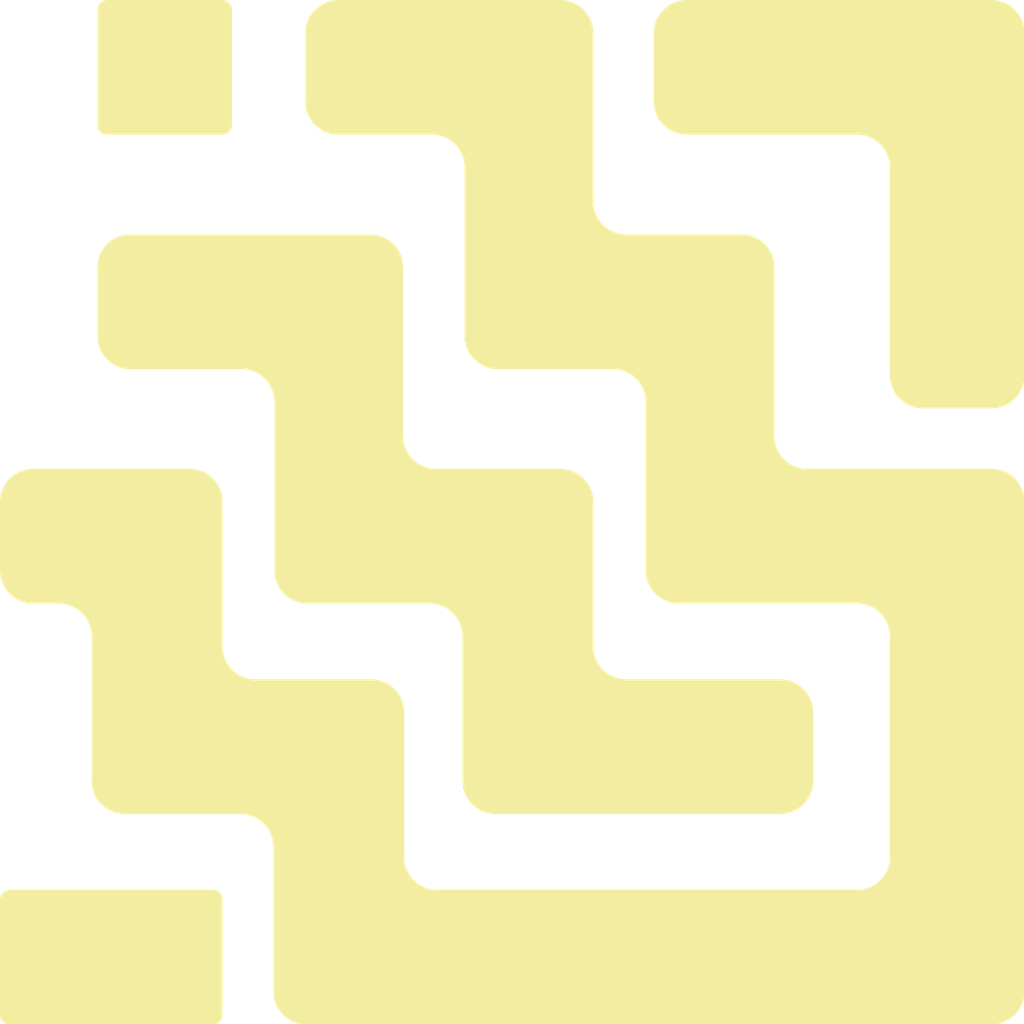
<source format=kicad_pcb>
(kicad_pcb (version 20241229) (generator "pcbnew") (generator_version "9.0")
  (layers (0 "F.Cu" signal) (2 "B.Cu" signal) (13 "F.Paste" user) (15 "B.Paste" user) (5 "F.SilkS" user "F.Silkscreen") (7 "B.SilkS" user "B.Silkscreen") (1 "F.Mask" user) (3 "B.Mask" user) (25 "Edge.Cuts" user))
  (net 0 "")
  (footprint "atopile_Logo_25x25mm:atopile_Logo_25x25mm" (layer "F.Cu") (at 0 0 0)
    (property "Reference" "LOGO1" (hide yes))
    (property "Value" "" (hide yes))
    (fp_poly (pts (xy -7.753926 8.452547) (xy -7.741929 8.453459) (xy -7.730107 8.454961) (xy -7.718473 8.457039) (xy -7.707044 8.459677) (xy -7.695834 8.46286) (xy -7.684857 8.466574) (xy -7.67413 8.470804) (xy -7.663665 8.475535) (xy -7.653479 8.480752) (xy -7.643586 8.48644) (xy -7.634002 8.492585) (xy -7.62474 8.499171) (xy -7.615816 8.506184) (xy -7.607244 8.513609) (xy -7.59904 8.521431) (xy -7.591217 8.529636) (xy -7.583792 8.538207) (xy -7.576779 8.547131) (xy -7.570193 8.556393) (xy -7.564048 8.565978) (xy -7.55836 8.575871) (xy -7.553143 8.586057) (xy -7.548412 8.596521) (xy -7.544183 8.607249) (xy -7.540468 8.618225) (xy -7.537285 8.629436) (xy -7.534647 8.640865) (xy -7.53257 8.652498) (xy -7.531067 8.664321) (xy -7.530155 8.676318) (xy -7.529848 8.688474) (xy -7.529848 11.497779) (xy -7.530156 11.509936) (xy -7.531068 11.521934) (xy -7.53257 11.533757) (xy -7.534648 11.54539) (xy -7.537285 11.55682) (xy -7.540469 11.56803) (xy -7.544183 11.579007) (xy -7.548413 11.589735) (xy -7.553143 11.600199) (xy -7.55836 11.610385) (xy -7.564049 11.620278) (xy -7.570193 11.629863) (xy -7.57678 11.639125) (xy -7.583793 11.648049) (xy -7.591218 11.656621) (xy -7.59904 11.664825) (xy -7.607244 11.672647) (xy -7.615816 11.680072) (xy -7.62474 11.687085) (xy -7.634002 11.693671) (xy -7.643587 11.699816) (xy -7.653479 11.705504) (xy -7.663665 11.710721) (xy -7.67413 11.715451) (xy -7.684858 11.719681) (xy -7.695834 11.723395) (xy -7.707044 11.726578) (xy -7.718474 11.729216) (xy -7.730107 11.731293) (xy -7.741929 11.732796) (xy -7.753927 11.733708) (xy -7.766083 11.734015) (xy -12.716626 11.734015) (xy -12.728783 11.733708) (xy -12.74078 11.732796) (xy -12.752602 11.731293) (xy -12.764236 11.729216) (xy -12.775665 11.726578) (xy -12.786875 11.723395) (xy -12.797852 11.719681) (xy -12.808579 11.715451) (xy -12.819044 11.710721) (xy -12.82923 11.705504) (xy -12.839123 11.699816) (xy -12.848707 11.693671) (xy -12.857969 11.687085) (xy -12.866894 11.680072) (xy -12.875465 11.672647) (xy -12.883669 11.664825) (xy -12.891492 11.656621) (xy -12.898917 11.648049) (xy -12.90593 11.639125) (xy -12.912516 11.629863) (xy -12.918661 11.620278) (xy -12.924349 11.610385) (xy -12.929566 11.600199) (xy -12.934297 11.589735) (xy -12.938527 11.579007) (xy -12.942241 11.56803) (xy -12.945424 11.55682) (xy -12.948062 11.54539) (xy -12.950139 11.533757) (xy -12.951642 11.521934) (xy -12.952554 11.509936) (xy -12.952861 11.497779) (xy -12.952861 8.688474) (xy -12.952553 8.676318) (xy -12.951641 8.664321) (xy -12.950139 8.652498) (xy -12.948061 8.640865) (xy -12.945424 8.629436) (xy -12.94224 8.618225) (xy -12.938526 8.607249) (xy -12.934296 8.596521) (xy -12.929565 8.586057) (xy -12.924349 8.575871) (xy -12.91866 8.565978) (xy -12.912516 8.556393) (xy -12.905929 8.547131) (xy -12.898916 8.538207) (xy -12.891491 8.529636) (xy -12.883669 8.521431) (xy -12.875465 8.513609) (xy -12.866893 8.506184) (xy -12.857969 8.499171) (xy -12.848707 8.492585) (xy -12.839122 8.48644) (xy -12.829229 8.480752) (xy -12.819043 8.475535) (xy -12.808579 8.470804) (xy -12.797851 8.466574) (xy -12.786875 8.46286) (xy -12.775665 8.459677) (xy -12.764235 8.457039) (xy -12.752602 8.454961) (xy -12.740779 8.453459) (xy -12.728782 8.452547) (xy -12.716626 8.452239) (xy -7.766083 8.452239)) (fill yes) (layer "F.SilkS"))
    (fp_poly (pts (xy -7.524307 -13.222498) (xy -7.51231 -13.221586) (xy -7.500488 -13.220083) (xy -7.488854 -13.218006) (xy -7.477425 -13.215368) (xy -7.466215 -13.212185) (xy -7.455238 -13.208471) (xy -7.444511 -13.204241) (xy -7.434046 -13.19951) (xy -7.42386 -13.194293) (xy -7.413967 -13.188605) (xy -7.404383 -13.18246) (xy -7.395121 -13.175874) (xy -7.386196 -13.168861) (xy -7.377625 -13.161436) (xy -7.36942 -13.153614) (xy -7.361598 -13.145409) (xy -7.354173 -13.136838) (xy -7.34716 -13.127913) (xy -7.340574 -13.118651) (xy -7.334429 -13.109067) (xy -7.328741 -13.099174) (xy -7.323524 -13.088988) (xy -7.318793 -13.078524) (xy -7.314563 -13.067796) (xy -7.310849 -13.056819) (xy -7.307666 -13.045609) (xy -7.305028 -13.03418) (xy -7.302951 -13.022546) (xy -7.301449 -13.010724) (xy -7.300536 -12.998727) (xy -7.300229 -12.98657) (xy -7.300229 -10.177262) (xy -7.300537 -10.165106) (xy -7.301449 -10.153109) (xy -7.302951 -10.141286) (xy -7.305029 -10.129653) (xy -7.307667 -10.118223) (xy -7.31085 -10.107013) (xy -7.314564 -10.096037) (xy -7.318794 -10.085309) (xy -7.323525 -10.074845) (xy -7.328742 -10.064659) (xy -7.33443 -10.054766) (xy -7.340574 -10.045181) (xy -7.347161 -10.035919) (xy -7.354174 -10.026995) (xy -7.361599 -10.018423) (xy -7.369421 -10.010219) (xy -7.377625 -10.002397) (xy -7.386197 -9.994972) (xy -7.395121 -9.987959) (xy -7.404383 -9.981373) (xy -7.413968 -9.975228) (xy -7.423861 -9.96954) (xy -7.434047 -9.964323) (xy -7.444511 -9.959592) (xy -7.455239 -9.955362) (xy -7.466215 -9.951648) (xy -7.477426 -9.948465) (xy -7.488855 -9.945827) (xy -7.500488 -9.943749) (xy -7.512311 -9.942247) (xy -7.524308 -9.941335) (xy -7.536465 -9.941027) (xy -10.345772 -9.941027) (xy -10.357929 -9.941335) (xy -10.369926 -9.942247) (xy -10.381748 -9.943749) (xy -10.393382 -9.945827) (xy -10.404811 -9.948465) (xy -10.416021 -9.951648) (xy -10.426998 -9.955362) (xy -10.437725 -9.959592) (xy -10.44819 -9.964323) (xy -10.458376 -9.96954) (xy -10.468268 -9.975228) (xy -10.477853 -9.981373) (xy -10.487115 -9.987959) (xy -10.496039 -9.994972) (xy -10.504611 -10.002397) (xy -10.512815 -10.010219) (xy -10.520637 -10.018423) (xy -10.528062 -10.026995) (xy -10.535075 -10.035919) (xy -10.541662 -10.045181) (xy -10.547806 -10.054766) (xy -10.553495 -10.064659) (xy -10.558712 -10.074845) (xy -10.563442 -10.085309) (xy -10.567672 -10.096037) (xy -10.571386 -10.107013) (xy -10.57457 -10.118224) (xy -10.577208 -10.129653) (xy -10.579285 -10.141286) (xy -10.580787 -10.153109) (xy -10.5817 -10.165106) (xy -10.582007 -10.177262) (xy -10.582007 -12.98657) (xy -10.581699 -12.998727) (xy -10.580787 -13.010724) (xy -10.579285 -13.022546) (xy -10.577207 -13.03418) (xy -10.574569 -13.045609) (xy -10.571386 -13.056819) (xy -10.567672 -13.067796) (xy -10.563442 -13.078524) (xy -10.558711 -13.088988) (xy -10.553494 -13.099174) (xy -10.547806 -13.109067) (xy -10.541661 -13.118651) (xy -10.535075 -13.127913) (xy -10.528062 -13.136838) (xy -10.520637 -13.145409) (xy -10.512815 -13.153614) (xy -10.504611 -13.161436) (xy -10.496039 -13.168861) (xy -10.487115 -13.175874) (xy -10.477853 -13.18246) (xy -10.468268 -13.188605) (xy -10.458375 -13.194293) (xy -10.448189 -13.19951) (xy -10.437725 -13.204241) (xy -10.426997 -13.208471) (xy -10.416021 -13.212185) (xy -10.40481 -13.215368) (xy -10.393381 -13.218006) (xy -10.381748 -13.220083) (xy -10.369925 -13.221586) (xy -10.357928 -13.222498) (xy -10.345772 -13.222805) (xy -7.536464 -13.222805)) (fill yes) (layer "F.SilkS"))
    (fp_poly (pts (xy 11.242138 -13.221759) (xy 11.282968 -13.218654) (xy 11.3232 -13.21354) (xy 11.362783 -13.20647) (xy 11.401667 -13.197492) (xy 11.439801 -13.186659) (xy 11.477137 -13.17402) (xy 11.513622 -13.159627) (xy 11.549208 -13.14353) (xy 11.583844 -13.125779) (xy 11.617481 -13.106426) (xy 11.650066 -13.085521) (xy 11.681552 -13.063115) (xy 11.711887 -13.039258) (xy 11.741021 -13.014002) (xy 11.768904 -12.987397) (xy 11.795485 -12.959493) (xy 11.820716 -12.930342) (xy 11.844545 -12.899993) (xy 11.866923 -12.868498) (xy 11.887798 -12.835908) (xy 11.907122 -12.802273) (xy 11.924843 -12.767644) (xy 11.940912 -12.732071) (xy 11.955279 -12.695605) (xy 11.967892 -12.658297) (xy 11.978703 -12.620198) (xy 11.987661 -12.581358) (xy 11.994715 -12.541829) (xy 11.999816 -12.501659) (xy 12.002914 -12.460901) (xy 12.003957 -12.419606) (xy 12.003957 -4.078617) (xy 12.002911 -4.037238) (xy 11.999806 -3.996407) (xy 11.994693 -3.956176) (xy 11.987622 -3.916593) (xy 11.978645 -3.877709) (xy 11.967811 -3.839574) (xy 11.955173 -3.802239) (xy 11.940779 -3.765753) (xy 11.924682 -3.730167) (xy 11.906931 -3.695531) (xy 11.887578 -3.661895) (xy 11.866673 -3.629309) (xy 11.844267 -3.597823) (xy 11.820411 -3.567489) (xy 11.795154 -3.538354) (xy 11.768549 -3.510471) (xy 11.740645 -3.483889) (xy 11.711494 -3.458659) (xy 11.681145 -3.43483) (xy 11.649651 -3.412452) (xy 11.617061 -3.391577) (xy 11.583426 -3.372253) (xy 11.548796 -3.354532) (xy 11.513223 -3.338463) (xy 11.476758 -3.324096) (xy 11.43945 -3.311482) (xy 11.401351 -3.300671) (xy 11.362511 -3.291714) (xy 11.322982 -3.284659) (xy 11.282813 -3.279558) (xy 11.242055 -3.276461) (xy 11.200759 -3.275417) (xy 9.525378 -3.275417) (xy 9.483999 -3.276463) (xy 9.443169 -3.279569) (xy 9.402937 -3.284682) (xy 9.363355 -3.291752) (xy 9.324471 -3.30073) (xy 9.286336 -3.311563) (xy 9.249001 -3.324202) (xy 9.212515 -3.338595) (xy 9.176929 -3.354693) (xy 9.142293 -3.372443) (xy 9.108657 -3.391796) (xy 9.076071 -3.412701) (xy 9.044586 -3.435107) (xy 9.014251 -3.458964) (xy 8.985117 -3.48422) (xy 8.957234 -3.510825) (xy 8.930652 -3.538729) (xy 8.905421 -3.567881) (xy 8.881592 -3.598229) (xy 8.859215 -3.629724) (xy 8.838339 -3.662314) (xy 8.819016 -3.695949) (xy 8.801294 -3.730579) (xy 8.785225 -3.766151) (xy 8.770859 -3.802617) (xy 8.758245 -3.839925) (xy 8.747434 -3.878024) (xy 8.738477 -3.916864) (xy 8.731422 -3.956394) (xy 8.726321 -3.996563) (xy 8.723224 -4.037321) (xy 8.72218 -4.078617) (xy 8.72218 -9.137828) (xy 8.721134 -9.179207) (xy 8.718029 -9.220037) (xy 8.712915 -9.260269) (xy 8.705845 -9.299852) (xy 8.696867 -9.338736) (xy 8.686034 -9.376871) (xy 8.673395 -9.414206) (xy 8.659002 -9.450692) (xy 8.642905 -9.486278) (xy 8.625154 -9.520914) (xy 8.605801 -9.55455) (xy 8.584896 -9.587136) (xy 8.56249 -9.618622) (xy 8.538633 -9.648956) (xy 8.513377 -9.67809) (xy 8.486772 -9.705973) (xy 8.458868 -9.732555) (xy 8.429716 -9.757786) (xy 8.399368 -9.781615) (xy 8.367873 -9.803993) (xy 8.335283 -9.824868) (xy 8.301648 -9.844192) (xy 8.267018 -9.861913) (xy 8.231446 -9.877982) (xy 8.19498 -9.892349) (xy 8.157672 -9.904962) (xy 8.119573 -9.915773) (xy 8.080733 -9.924731) (xy 8.041203 -9.931785) (xy 8.001034 -9.936886) (xy 7.960276 -9.939984) (xy 7.918981 -9.941027) (xy 3.776361 -9.941027) (xy 3.734982 -9.942074) (xy 3.694152 -9.945179) (xy 3.65392 -9.950292) (xy 3.614337 -9.957363) (xy 3.575454 -9.96634) (xy 3.537319 -9.977173) (xy 3.499984 -9.989812) (xy 3.463498 -10.004206) (xy 3.427912 -10.020303) (xy 3.393276 -10.038053) (xy 3.35964 -10.057406) (xy 3.327054 -10.078311) (xy 3.295569 -10.100717) (xy 3.265234 -10.124574) (xy 3.2361 -10.14983) (xy 3.208217 -10.176436) (xy 3.181635 -10.204339) (xy 3.156404 -10.233491) (xy 3.132575 -10.263839) (xy 3.110198 -10.295334) (xy 3.089322 -10.327924) (xy 3.069999 -10.361559) (xy 3.052277 -10.396189) (xy 3.036208 -10.431762) (xy 3.021842 -10.468227) (xy 3.009228 -10.505535) (xy 2.998417 -10.543634) (xy 2.989459 -10.582474) (xy 2.982405 -10.622004) (xy 2.977304 -10.662173) (xy 2.974207 -10.702931) (xy 2.973163 -10.744227) (xy 2.973163 -12.419606) (xy 2.974209 -12.460985) (xy 2.977314 -12.501815) (xy 2.982428 -12.542047) (xy 2.989498 -12.58163) (xy 2.998476 -12.620514) (xy 3.009309 -12.658648) (xy 3.021948 -12.695984) (xy 3.036341 -12.73247) (xy 3.052438 -12.768056) (xy 3.070189 -12.802692) (xy 3.089542 -12.836328) (xy 3.110447 -12.868914) (xy 3.132853 -12.900399) (xy 3.156709 -12.930734) (xy 3.181965 -12.959868) (xy 3.208571 -12.987751) (xy 3.236474 -13.014333) (xy 3.265626 -13.039564) (xy 3.295974 -13.063393) (xy 3.327469 -13.08577) (xy 3.360059 -13.106646) (xy 3.393694 -13.125969) (xy 3.428323 -13.143691) (xy 3.463896 -13.15976) (xy 3.500362 -13.174126) (xy 3.53767 -13.18674) (xy 3.575769 -13.197551) (xy 3.614609 -13.206508) (xy 3.654138 -13.213563) (xy 3.694308 -13.218664) (xy 3.735065 -13.221761) (xy 3.776361 -13.222805) (xy 11.200759 -13.222805)) (fill yes) (layer "F.SilkS"))
    (fp_poly (pts (xy -3.894863 -7.511483) (xy -3.854032 -7.508378) (xy -3.813801 -7.503265) (xy -3.774218 -7.496194) (xy -3.735334 -7.487217) (xy -3.697199 -7.476383) (xy -3.659864 -7.463744) (xy -3.623378 -7.449351) (xy -3.587792 -7.433254) (xy -3.553156 -7.415503) (xy -3.51952 -7.39615) (xy -3.486934 -7.375245) (xy -3.455448 -7.352839) (xy -3.425113 -7.328983) (xy -3.395979 -7.303726) (xy -3.368096 -7.277121) (xy -3.341514 -7.249217) (xy -3.316284 -7.220066) (xy -3.292455 -7.189717) (xy -3.270077 -7.158223) (xy -3.249201 -7.125633) (xy -3.229878 -7.091997) (xy -3.212156 -7.057368) (xy -3.196087 -7.021795) (xy -3.181721 -6.98533) (xy -3.169107 -6.948022) (xy -3.158296 -6.909923) (xy -3.149339 -6.871083) (xy -3.142284 -6.831553) (xy -3.137183 -6.791384) (xy -3.134086 -6.750626) (xy -3.133042 -6.70933) (xy -3.133042 -2.606399) (xy -3.131996 -2.56502) (xy -3.128891 -2.52419) (xy -3.123777 -2.483958) (xy -3.116707 -2.444375) (xy -3.107729 -2.405491) (xy -3.096896 -2.367356) (xy -3.084257 -2.330021) (xy -3.069864 -2.293535) (xy -3.053767 -2.257949) (xy -3.036016 -2.223313) (xy -3.016663 -2.189677) (xy -2.995758 -2.157091) (xy -2.973352 -2.125605) (xy -2.949496 -2.095271) (xy -2.924239 -2.066137) (xy -2.897634 -2.038253) (xy -2.86973 -2.011672) (xy -2.840579 -1.986441) (xy -2.810231 -1.962612) (xy -2.778736 -1.940234) (xy -2.746146 -1.919359) (xy -2.712511 -1.900035) (xy -2.677881 -1.882314) (xy -2.642308 -1.866245) (xy -2.605843 -1.851878) (xy -2.568535 -1.839265) (xy -2.530436 -1.828454) (xy -2.491596 -1.819496) (xy -2.452066 -1.812442) (xy -2.411897 -1.807341) (xy -2.371139 -1.804243) (xy -2.329843 -1.803199) (xy 0.696801 -1.803199) (xy 0.73818 -1.802153) (xy 0.77901 -1.799048) (xy 0.819242 -1.793935) (xy 0.858825 -1.786864) (xy 0.897709 -1.777887) (xy 0.935844 -1.767053) (xy 0.973179 -1.754415) (xy 1.009665 -1.740021) (xy 1.045251 -1.723924) (xy 1.079887 -1.706174) (xy 1.113523 -1.686821) (xy 1.146109 -1.665916) (xy 1.177595 -1.64351) (xy 1.207929 -1.619653) (xy 1.237063 -1.594397) (xy 1.264946 -1.567791) (xy 1.291528 -1.539888) (xy 1.316759 -1.510736) (xy 1.340588 -1.480388) (xy 1.362966 -1.448893) (xy 1.383841 -1.416303) (xy 1.403165 -1.382668) (xy 1.420886 -1.348038) (xy 1.436955 -1.312466) (xy 1.451322 -1.276) (xy 1.463935 -1.238692) (xy 1.474746 -1.200593) (xy 1.483704 -1.161753) (xy 1.490758 -1.122223) (xy 1.495859 -1.082054) (xy 1.498957 -1.041296) (xy 1.5 -1) (xy 1.5 2.520847) (xy 1.501047 2.562226) (xy 1.504152 2.603056) (xy 1.509265 2.643288) (xy 1.516336 2.682871) (xy 1.525313 2.721755) (xy 1.536146 2.75989) (xy 1.548785 2.797225) (xy 1.563178 2.833711) (xy 1.579276 2.869297) (xy 1.597026 2.903933) (xy 1.616379 2.937569) (xy 1.637284 2.970155) (xy 1.65969 3.001641) (xy 1.683547 3.031975) (xy 1.708803 3.06111) (xy 1.735408 3.088993) (xy 1.763312 3.115575) (xy 1.792464 3.140805) (xy 1.822812 3.164634) (xy 1.854307 3.187012) (xy 1.886897 3.207887) (xy 1.920532 3.227211) (xy 1.955161 3.244932) (xy 1.990734 3.261001) (xy 2.0272 3.275368) (xy 2.064508 3.287981) (xy 2.102607 3.298792) (xy 2.141447 3.30775) (xy 2.180977 3.314805) (xy 2.221146 3.319906) (xy 2.261904 3.323003) (xy 2.3032 3.324047) (xy 6.053669 3.324047) (xy 6.095048 3.325093) (xy 6.135878 3.328198) (xy 6.17611 3.333311) (xy 6.215693 3.340382) (xy 6.254577 3.349359) (xy 6.292711 3.360193) (xy 6.330047 3.372831) (xy 6.366532 3.387225) (xy 6.402119 3.403322) (xy 6.436755 3.421073) (xy 6.470391 3.440426) (xy 6.502977 3.461331) (xy 6.534462 3.483737) (xy 6.564797 3.507593) (xy 6.593931 3.53285) (xy 6.621814 3.559455) (xy 6.648396 3.587359) (xy 6.673627 3.61651) (xy 6.697456 3.646859) (xy 6.719833 3.678353) (xy 6.740709 3.710944) (xy 6.760032 3.744579) (xy 6.777754 3.779208) (xy 6.793823 3.814781) (xy 6.808189 3.851247) (xy 6.820803 3.888554) (xy 6.831614 3.926654) (xy 6.840572 3.965493) (xy 6.847626 4.005023) (xy 6.852727 4.045193) (xy 6.855824 4.08595) (xy 6.856868 4.127246) (xy 6.856868 5.802626) (xy 6.855822 5.844004) (xy 6.852717 5.884835) (xy 6.847603 5.925066) (xy 6.840533 5.964649) (xy 6.831555 6.003533) (xy 6.820722 6.041668) (xy 6.808083 6.079003) (xy 6.79369 6.115489) (xy 6.777593 6.151075) (xy 6.759842 6.185711) (xy 6.740489 6.219347) (xy 6.719584 6.251933) (xy 6.697178 6.283419) (xy 6.673322 6.313754) (xy 6.648065 6.342888) (xy 6.62146 6.370771) (xy 6.593556 6.397353) (xy 6.564405 6.422583) (xy 6.534057 6.446412) (xy 6.502562 6.46879) (xy 6.469972 6.489666) (xy 6.436336 6.508989) (xy 6.401707 6.526711) (xy 6.366134 6.54278) (xy 6.329669 6.557146) (xy 6.292361 6.56976) (xy 6.254262 6.580571) (xy 6.215422 6.589529) (xy 6.175892 6.596583) (xy 6.135722 6.601684) (xy 6.094964 6.604782) (xy 6.053669 6.605825) (xy -0.887864 6.605825) (xy -0.929243 6.604779) (xy -0.970073 6.601674) (xy -1.010305 6.596561) (xy -1.049888 6.58949) (xy -1.088772 6.580512) (xy -1.126906 6.569679) (xy -1.164242 6.55704) (xy -1.200728 6.542647) (xy -1.236314 6.52655) (xy -1.27095 6.508799) (xy -1.304586 6.489446) (xy -1.337172 6.468541) (xy -1.368657 6.446135) (xy -1.398992 6.422278) (xy -1.428126 6.397022) (xy -1.456009 6.370417) (xy -1.482591 6.342513) (xy -1.507821 6.313361) (xy -1.531651 6.283013) (xy -1.554028 6.251518) (xy -1.574904 6.218928) (xy -1.594227 6.185293) (xy -1.611949 6.150664) (xy -1.628017 6.115091) (xy -1.642384 6.078625) (xy -1.654998 6.041317) (xy -1.665808 6.003218) (xy -1.674766 5.964378) (xy -1.681821 5.924848) (xy -1.686922 5.884679) (xy -1.690019 5.843921) (xy -1.691063 5.802626) (xy -1.691063 2.281777) (xy -1.692109 2.240398) (xy -1.695214 2.199568) (xy -1.700327 2.159336) (xy -1.707398 2.119754) (xy -1.716375 2.08087) (xy -1.727209 2.042735) (xy -1.739847 2.0054) (xy -1.754241 1.968914) (xy -1.770338 1.933328) (xy -1.788089 1.898692) (xy -1.807442 1.865056) (xy -1.828347 1.83247) (xy -1.850753 1.800984) (xy -1.874609 1.770649) (xy -1.899866 1.741515) (xy -1.926471 1.713632) (xy -1.954375 1.68705) (xy -1.983526 1.66182) (xy -2.013875 1.63799) (xy -2.045369 1.615613) (xy -2.077959 1.594737) (xy -2.111595 1.575414) (xy -2.146224 1.557692) (xy -2.181797 1.541623) (xy -2.218262 1.527257) (xy -2.25557 1.514643) (xy -2.293669 1.503832) (xy -2.332509 1.494874) (xy -2.372039 1.48782) (xy -2.412208 1.482719) (xy -2.452966 1.479621) (xy -2.494262 1.478578) (xy -5.466101 1.478578) (xy -5.50748 1.477531) (xy -5.54831 1.474426) (xy -5.588542 1.469313) (xy -5.628125 1.462243) (xy -5.667008 1.453265) (xy -5.705143 1.442432) (xy -5.742478 1.429793) (xy -5.778964 1.4154) (xy -5.81455 1.399303) (xy -5.849186 1.381552) (xy -5.882822 1.362199) (xy -5.915408 1.341294) (xy -5.946894 1.318888) (xy -5.977229 1.295032) (xy -6.006363 1.269775) (xy -6.034246 1.24317) (xy -6.060828 1.215266) (xy -6.086058 1.186115) (xy -6.109887 1.155766) (xy -6.132265 1.124272) (xy -6.15314 1.091682) (xy -6.172464 1.058047) (xy -6.190185 1.023417) (xy -6.206254 0.987844) (xy -6.220621 0.951379) (xy -6.233234 0.914071) (xy -6.244045 0.875972) (xy -6.253003 0.837132) (xy -6.260057 0.797602) (xy -6.265158 0.757433) (xy -6.268256 0.716675) (xy -6.269299 0.67538) (xy -6.269299 -3.427552) (xy -6.270346 -3.468931) (xy -6.273451 -3.509761) (xy -6.278564 -3.549993) (xy -6.285635 -3.589576) (xy -6.294612 -3.62846) (xy -6.305446 -3.666595) (xy -6.318084 -3.70393) (xy -6.332478 -3.740416) (xy -6.348575 -3.776002) (xy -6.366325 -3.810638) (xy -6.385679 -3.844274) (xy -6.406583 -3.87686) (xy -6.42899 -3.908346) (xy -6.452846 -3.93868) (xy -6.478102 -3.967815) (xy -6.504708 -3.995698) (xy -6.532612 -4.02228) (xy -6.561763 -4.04751) (xy -6.592111 -4.071339) (xy -6.623606 -4.093717) (xy -6.656196 -4.114592) (xy -6.689831 -4.133916) (xy -6.724461 -4.151637) (xy -6.760034 -4.167706) (xy -6.796499 -4.182073) (xy -6.833807 -4.194686) (xy -6.871906 -4.205497) (xy -6.910746 -4.214455) (xy -6.950276 -4.221509) (xy -6.990445 -4.226611) (xy -7.031203 -4.229708) (xy -7.072499 -4.230752) (xy -9.779754 -4.230752) (xy -9.821132 -4.231798) (xy -9.861963 -4.234903) (xy -9.902195 -4.240016) (xy -9.941778 -4.247087) (xy -9.980662 -4.256064) (xy -10.018796 -4.266898) (xy -10.056132 -4.279536) (xy -10.092618 -4.29393) (xy -10.128204 -4.310027) (xy -10.16284 -4.327778) (xy -10.196476 -4.347131) (xy -10.229062 -4.368036) (xy -10.260547 -4.390442) (xy -10.290882 -4.414298) (xy -10.320016 -4.439554) (xy -10.347899 -4.46616) (xy -10.374481 -4.494064) (xy -10.399712 -4.523215) (xy -10.423541 -4.553563) (xy -10.445918 -4.585058) (xy -10.466794 -4.617648) (xy -10.486117 -4.651284) (xy -10.503839 -4.685913) (xy -10.519908 -4.721486) (xy -10.534274 -4.757951) (xy -10.546888 -4.795259) (xy -10.557699 -4.833358) (xy -10.566656 -4.872198) (xy -10.573711 -4.911728) (xy -10.578812 -4.951897) (xy -10.581909 -4.992655) (xy -10.582953 -5.033951) (xy -10.582952 -5.033951) (xy -10.582952 -6.70933) (xy -10.581906 -6.750709) (xy -10.578801 -6.791539) (xy -10.573688 -6.831771) (xy -10.566617 -6.871354) (xy -10.55764 -6.910238) (xy -10.546806 -6.948372) (xy -10.534168 -6.985708) (xy -10.519774 -7.022194) (xy -10.503677 -7.05778) (xy -10.485926 -7.092416) (xy -10.466573 -7.126052) (xy -10.445668 -7.158638) (xy -10.423262 -7.190123) (xy -10.399406 -7.220458) (xy -10.374149 -7.249592) (xy -10.347544 -7.277475) (xy -10.31964 -7.304057) (xy -10.290489 -7.329288) (xy -10.260141 -7.353117) (xy -10.228646 -7.375494) (xy -10.196056 -7.39637) (xy -10.16242 -7.415693) (xy -10.127791 -7.433415) (xy -10.092218 -7.449484) (xy -10.055753 -7.46385) (xy -10.018445 -7.476464) (xy -9.980346 -7.487275) (xy -9.941506 -7.496233) (xy -9.901976 -7.503287) (xy -9.861807 -7.508388) (xy -9.821049 -7.511486) (xy -9.779753 -7.512529) (xy -3.936242 -7.512529)) (fill yes) (layer "F.SilkS"))
    (fp_poly (pts (xy 0.73818 -13.221759) (xy 0.77901 -13.218654) (xy 0.819242 -13.21354) (xy 0.858825 -13.20647) (xy 0.897709 -13.197492) (xy 0.935844 -13.186659) (xy 0.973179 -13.17402) (xy 1.009665 -13.159627) (xy 1.045251 -13.14353) (xy 1.079887 -13.125779) (xy 1.113523 -13.106426) (xy 1.146109 -13.085521) (xy 1.177595 -13.063115) (xy 1.207929 -13.039258) (xy 1.237063 -13.014002) (xy 1.264946 -12.987397) (xy 1.291528 -12.959493) (xy 1.316759 -12.930342) (xy 1.340588 -12.899993) (xy 1.362966 -12.868498) (xy 1.383841 -12.835908) (xy 1.403165 -12.802273) (xy 1.420886 -12.767644) (xy 1.436955 -12.732071) (xy 1.451322 -12.695605) (xy 1.463935 -12.658297) (xy 1.474746 -12.620198) (xy 1.483704 -12.581358) (xy 1.490758 -12.541829) (xy 1.495859 -12.501659) (xy 1.498957 -12.460901) (xy 1.5 -12.419606) (xy 1.5 -8.316674) (xy 1.501047 -8.275296) (xy 1.504152 -8.234465) (xy 1.509265 -8.194233) (xy 1.516336 -8.15465) (xy 1.525313 -8.115766) (xy 1.536146 -8.077632) (xy 1.548785 -8.040296) (xy 1.563178 -8.003811) (xy 1.579276 -7.968224) (xy 1.597026 -7.933588) (xy 1.616379 -7.899952) (xy 1.637284 -7.867366) (xy 1.65969 -7.835881) (xy 1.683547 -7.805546) (xy 1.708803 -7.776412) (xy 1.735408 -7.748529) (xy 1.763312 -7.721947) (xy 1.792464 -7.696716) (xy 1.822812 -7.672887) (xy 1.854307 -7.65051) (xy 1.886897 -7.629634) (xy 1.920532 -7.610311) (xy 1.955161 -7.592589) (xy 1.990734 -7.57652) (xy 2.0272 -7.562154) (xy 2.064508 -7.54954) (xy 2.102607 -7.538729) (xy 2.141447 -7.529772) (xy 2.180977 -7.522717) (xy 2.221146 -7.517616) (xy 2.261904 -7.514519) (xy 2.3032 -7.513475) (xy 5.106838 -7.513475) (xy 5.148216 -7.512429) (xy 5.189047 -7.509324) (xy 5.229279 -7.50421) (xy 5.268862 -7.49714) (xy 5.307746 -7.488162) (xy 5.34588 -7.477329) (xy 5.383216 -7.46469) (xy 5.419701 -7.450297) (xy 5.455288 -7.4342) (xy 5.489924 -7.416449) (xy 5.52356 -7.397096) (xy 5.556146 -7.376191) (xy 5.587631 -7.353785) (xy 5.617966 -7.329928) (xy 5.6471 -7.304672) (xy 5.674983 -7.278067) (xy 5.701565 -7.250163) (xy 5.726796 -7.221012) (xy 5.750625 -7.190663) (xy 5.773002 -7.159168) (xy 5.793878 -7.126578) (xy 5.813201 -7.092943) (xy 5.830923 -7.058314) (xy 5.846992 -7.022741) (xy 5.861358 -6.986275) (xy 5.873972 -6.948967) (xy 5.884783 -6.910868) (xy 5.893741 -6.872028) (xy 5.900795 -6.832498) (xy 5.905896 -6.792329) (xy 5.908993 -6.751571) (xy 5.910037 -6.710275) (xy 5.910037 -2.607344) (xy 5.911083 -2.565966) (xy 5.914188 -2.525135) (xy 5.919302 -2.484903) (xy 5.926372 -2.445321) (xy 5.93535 -2.406437) (xy 5.946183 -2.368302) (xy 5.958822 -2.330967) (xy 5.973215 -2.294481) (xy 5.989313 -2.258895) (xy 6.007063 -2.224259) (xy 6.026416 -2.190622) (xy 6.047321 -2.158037) (xy 6.069727 -2.126551) (xy 6.093584 -2.096216) (xy 6.11884 -2.067082) (xy 6.145446 -2.039199) (xy 6.173349 -2.012617) (xy 6.202501 -1.987387) (xy 6.232849 -1.963557) (xy 6.264344 -1.94118) (xy 6.296934 -1.920304) (xy 6.330569 -1.900981) (xy 6.365199 -1.883259) (xy 6.400772 -1.86719) (xy 6.437237 -1.852824) (xy 6.474545 -1.84021) (xy 6.512644 -1.829399) (xy 6.551484 -1.820442) (xy 6.591014 -1.813387) (xy 6.631183 -1.808286) (xy 6.671941 -1.805189) (xy 6.713237 -1.804145) (xy 11.199814 -1.804145) (xy 11.241193 -1.803099) (xy 11.282023 -1.799994) (xy 11.322255 -1.79488) (xy 11.361837 -1.78781) (xy 11.400721 -1.778832) (xy 11.438856 -1.767999) (xy 11.476191 -1.75536) (xy 11.512677 -1.740967) (xy 11.548263 -1.72487) (xy 11.582899 -1.707119) (xy 11.616535 -1.687766) (xy 11.649121 -1.666861) (xy 11.680606 -1.644455) (xy 11.710941 -1.620599) (xy 11.740075 -1.595342) (xy 11.767958 -1.568737) (xy 11.79454 -1.540833) (xy 11.819771 -1.511682) (xy 11.8436 -1.481333) (xy 11.865977 -1.449839) (xy 11.886853 -1.417248) (xy 11.906176 -1.383613) (xy 11.923898 -1.348984) (xy 11.939967 -1.313411) (xy 11.954333 -1.276945) (xy 11.966947 -1.239638) (xy 11.977758 -1.201538) (xy 11.986715 -1.162698) (xy 11.99377 -1.123169) (xy 11.998871 -1.082999) (xy 12.001968 -1.042241) (xy 12.003012 -1.000945) (xy 12.003012 10.930817) (xy 12.001966 10.972196) (xy 11.99886 11.013026) (xy 11.993747 11.053258) (xy 11.986677 11.092841) (xy 11.977699 11.131725) (xy 11.966866 11.169859) (xy 11.954227 11.207195) (xy 11.939834 11.24368) (xy 11.923736 11.279266) (xy 11.905986 11.313902) (xy 11.886633 11.347539) (xy 11.865728 11.380124) (xy 11.843322 11.41161) (xy 11.819465 11.441945) (xy 11.794209 11.471079) (xy 11.767603 11.498962) (xy 11.739699 11.525543) (xy 11.710548 11.550774) (xy 11.680199 11.574603) (xy 11.648705 11.596981) (xy 11.616114 11.617856) (xy 11.582479 11.63718) (xy 11.54785 11.654901) (xy 11.512277 11.67097) (xy 11.475811 11.685337) (xy 11.438503 11.69795) (xy 11.400404 11.708761) (xy 11.361564 11.717719) (xy 11.322034 11.724773) (xy 11.281865 11.729874) (xy 11.241107 11.732972) (xy 11.199811 11.734015) (xy -5.492558 11.734015) (xy -5.533937 11.732969) (xy -5.574768 11.729864) (xy -5.614999 11.724751) (xy -5.654582 11.71768) (xy -5.693466 11.708703) (xy -5.731601 11.697869) (xy -5.768936 11.685231) (xy -5.805422 11.670837) (xy -5.841008 11.65474) (xy -5.875645 11.636989) (xy -5.909281 11.617636) (xy -5.941866 11.596731) (xy -5.973352 11.574325) (xy -6.003687 11.550469) (xy -6.032821 11.525212) (xy -6.060704 11.498607) (xy -6.087286 11.470703) (xy -6.112516 11.441552) (xy -6.136346 11.411203) (xy -6.158723 11.379709) (xy -6.179599 11.347119) (xy -6.198922 11.313484) (xy -6.216644 11.278854) (xy -6.232713 11.243281) (xy -6.247079 11.206816) (xy -6.259693 11.169508) (xy -6.270504 11.131409) (xy -6.279461 11.092569) (xy -6.286516 11.05304) (xy -6.291617 11.012871) (xy -6.294714 10.972113) (xy -6.295758 10.930817) (xy -6.295758 7.409969) (xy -6.296804 7.36859) (xy -6.299909 7.327759) (xy -6.305022 7.287528) (xy -6.312093 7.247945) (xy -6.32107 7.209061) (xy -6.331904 7.170926) (xy -6.344543 7.133591) (xy -6.358936 7.097105) (xy -6.375033 7.061519) (xy -6.392784 7.026883) (xy -6.412137 6.993247) (xy -6.433042 6.960661) (xy -6.455448 6.929175) (xy -6.479304 6.89884) (xy -6.504561 6.869706) (xy -6.531166 6.841823) (xy -6.55907 6.815241) (xy -6.588221 6.790011) (xy -6.61857 6.766182) (xy -6.650064 6.743804) (xy -6.682655 6.722929) (xy -6.71629 6.703605) (xy -6.750919 6.685884) (xy -6.786492 6.669815) (xy -6.822958 6.655448) (xy -6.860265 6.642834) (xy -6.898365 6.632024) (xy -6.937205 6.623066) (xy -6.976734 6.616011) (xy -7.016904 6.61091) (xy -7.057662 6.607813) (xy -7.098957 6.606769) (xy -9.917715 6.606769) (xy -9.959094 6.605723) (xy -9.999924 6.602618) (xy -10.040156 6.597505) (xy -10.079739 6.590434) (xy -10.118623 6.581457) (xy -10.156757 6.570623) (xy -10.194093 6.557984) (xy -10.230579 6.543591) (xy -10.266165 6.527494) (xy -10.300801 6.509743) (xy -10.334437 6.49039) (xy -10.367023 6.469485) (xy -10.398508 6.447079) (xy -10.428843 6.423222) (xy -10.457977 6.397966) (xy -10.48586 6.371361) (xy -10.512442 6.343457) (xy -10.537673 6.314306) (xy -10.561502 6.283957) (xy -10.583879 6.252462) (xy -10.604755 6.219872) (xy -10.624079 6.186237) (xy -10.6418 6.151608) (xy -10.657869 6.116035) (xy -10.672235 6.079569) (xy -10.684849 6.042261) (xy -10.69566 6.004162) (xy -10.704618 5.965322) (xy -10.711672 5.925793) (xy -10.716773 5.885623) (xy -10.71987 5.844866) (xy -10.720914 5.80357) (xy -10.720914 2.282723) (xy -10.72196 2.241344) (xy -10.725066 2.200513) (xy -10.730179 2.160282) (xy -10.737249 2.120699) (xy -10.746227 2.081815) (xy -10.75706 2.04368) (xy -10.769699 2.006345) (xy -10.784092 1.969859) (xy -10.80019 1.934273) (xy -10.81794 1.899637) (xy -10.837293 1.866) (xy -10.858198 1.833415) (xy -10.880604 1.801929) (xy -10.904461 1.771594) (xy -10.929717 1.74246) (xy -10.956322 1.714577) (xy -10.984226 1.687995) (xy -11.013378 1.662765) (xy -11.043726 1.638936) (xy -11.075221 1.616558) (xy -11.107811 1.595683) (xy -11.141446 1.576359) (xy -11.176075 1.558638) (xy -11.211648 1.542569) (xy -11.248114 1.528202) (xy -11.285422 1.515588) (xy -11.323521 1.504778) (xy -11.362361 1.49582) (xy -11.401891 1.488765) (xy -11.44206 1.483664) (xy -11.482818 1.480567) (xy -11.524114 1.479523) (xy -12.148719 1.479523) (xy -12.190098 1.478477) (xy -12.230929 1.475372) (xy -12.27116 1.470259) (xy -12.310743 1.463188) (xy -12.349627 1.454211) (xy -12.387762 1.443377) (xy -12.425097 1.430738) (xy -12.461583 1.416345) (xy -12.497169 1.400248) (xy -12.531805 1.382497) (xy -12.565441 1.363144) (xy -12.598027 1.342239) (xy -12.629513 1.319833) (xy -12.659848 1.295976) (xy -12.688982 1.27072) (xy -12.716865 1.244115) (xy -12.743447 1.216211) (xy -12.768677 1.18706) (xy -12.792506 1.156711) (xy -12.814884 1.125216) (xy -12.835759 1.092626) (xy -12.855083 1.058991) (xy -12.872804 1.024362) (xy -12.888873 0.988789) (xy -12.90324 0.952323) (xy -12.915854 0.915015) (xy -12.926664 0.876916) (xy -12.935622 0.838076) (xy -12.942677 0.798547) (xy -12.947778 0.758377) (xy -12.950875 0.71762) (xy -12.951919 0.676324) (xy -12.952863 0.67538) (xy -12.952863 -1) (xy -12.951817 -1.041379) (xy -12.948712 -1.082209) (xy -12.943598 -1.122441) (xy -12.936528 -1.162024) (xy -12.92755 -1.200908) (xy -12.916717 -1.239043) (xy -12.904078 -1.276378) (xy -12.889685 -1.312864) (xy -12.873588 -1.34845) (xy -12.855837 -1.383086) (xy -12.836484 -1.416722) (xy -12.815579 -1.449308) (xy -12.793173 -1.480794) (xy -12.769316 -1.511128) (xy -12.74406 -1.540262) (xy -12.717455 -1.568145) (xy -12.689551 -1.594727) (xy -12.6604 -1.619958) (xy -12.630051 -1.643787) (xy -12.598556 -1.666165) (xy -12.565966 -1.68704) (xy -12.532331 -1.706364) (xy -12.497702 -1.724085) (xy -12.462129 -1.740154) (xy -12.425663 -1.754521) (xy -12.388355 -1.767134) (xy -12.350256 -1.777945) (xy -12.311416 -1.786903) (xy -12.271887 -1.793957) (xy -12.231717 -1.799058) (xy -12.190959 -1.802156) (xy -12.149664 -1.803199) (xy -8.333994 -1.803199) (xy -8.292615 -1.802153) (xy -8.251785 -1.799048) (xy -8.211553 -1.793935) (xy -8.17197 -1.786864) (xy -8.133086 -1.777887) (xy -8.094951 -1.767053) (xy -8.057616 -1.754415) (xy -8.02113 -1.740021) (xy -7.985544 -1.723924) (xy -7.950908 -1.706174) (xy -7.917272 -1.686821) (xy -7.884686 -1.665916) (xy -7.853201 -1.64351) (xy -7.822866 -1.619653) (xy -7.793732 -1.594397) (xy -7.765849 -1.567791) (xy -7.739267 -1.539888) (xy -7.714036 -1.510736) (xy -7.690207 -1.480388) (xy -7.66783 -1.448893) (xy -7.646954 -1.416303) (xy -7.62763 -1.382668) (xy -7.609909 -1.348038) (xy -7.59384 -1.312466) (xy -7.579473 -1.276) (xy -7.56686 -1.238692) (xy -7.556049 -1.200593) (xy -7.547091 -1.161753) (xy -7.540037 -1.122223) (xy -7.534936 -1.082054) (xy -7.531838 -1.041296) (xy -7.530795 -1) (xy -7.530795 2.520847) (xy -7.529748 2.562226) (xy -7.526643 2.603056) (xy -7.52153 2.643288) (xy -7.514459 2.682871) (xy -7.505482 2.721755) (xy -7.494649 2.75989) (xy -7.48201 2.797225) (xy -7.467617 2.833711) (xy -7.451519 2.869297) (xy -7.433769 2.903933) (xy -7.414416 2.937569) (xy -7.393511 2.970155) (xy -7.371105 3.001641) (xy -7.347248 3.031975) (xy -7.321992 3.06111) (xy -7.295386 3.088993) (xy -7.267483 3.115575) (xy -7.238331 3.140805) (xy -7.207983 3.164634) (xy -7.176488 3.187012) (xy -7.143898 3.207887) (xy -7.110263 3.227211) (xy -7.075633 3.244932) (xy -7.040061 3.261001) (xy -7.003595 3.275368) (xy -6.966287 3.287981) (xy -6.928188 3.298792) (xy -6.889348 3.30775) (xy -6.849818 3.314805) (xy -6.809649 3.319906) (xy -6.768891 3.323003) (xy -6.727595 3.324047) (xy -3.909783 3.324047) (xy -3.868404 3.325093) (xy -3.827573 3.328198) (xy -3.787342 3.333311) (xy -3.747759 3.340382) (xy -3.708875 3.349359) (xy -3.67074 3.360193) (xy -3.633405 3.372831) (xy -3.596919 3.387225) (xy -3.561333 3.403322) (xy -3.526697 3.421073) (xy -3.493061 3.440426) (xy -3.460475 3.461331) (xy -3.428989 3.483737) (xy -3.398654 3.507593) (xy -3.36952 3.53285) (xy -3.341637 3.559455) (xy -3.315055 3.587359) (xy -3.289825 3.61651) (xy -3.265996 3.646859) (xy -3.243618 3.678353) (xy -3.222742 3.710944) (xy -3.203419 3.744579) (xy -3.185697 3.779208) (xy -3.169628 3.814781) (xy -3.155262 3.851247) (xy -3.142648 3.888554) (xy -3.131837 3.926654) (xy -3.12288 3.965493) (xy -3.115825 4.005023) (xy -3.110724 4.045193) (xy -3.107627 4.08595) (xy -3.106583 4.127246) (xy -3.106583 7.648093) (xy -3.105537 7.689472) (xy -3.102432 7.730302) (xy -3.097318 7.770534) (xy -3.090248 7.810117) (xy -3.08127 7.849001) (xy -3.070437 7.887136) (xy -3.057798 7.924471) (xy -3.043405 7.960957) (xy -3.027308 7.996543) (xy -3.009557 8.031179) (xy -2.990204 8.064815) (xy -2.969299 8.097401) (xy -2.946893 8.128887) (xy -2.923037 8.159222) (xy -2.89778 8.188356) (xy -2.871175 8.216239) (xy -2.843271 8.242821) (xy -2.81412 8.268051) (xy -2.783772 8.29188) (xy -2.752277 8.314258) (xy -2.719687 8.335133) (xy -2.686052 8.354457) (xy -2.651422 8.372178) (xy -2.615849 8.388247) (xy -2.579384 8.402614) (xy -2.542076 8.415228) (xy -2.503977 8.426038) (xy -2.465137 8.434996) (xy -2.425607 8.442051) (xy -2.385438 8.447152) (xy -2.34468 8.450249) (xy -2.303384 8.451293) (xy 7.918035 8.451293) (xy 7.959414 8.450246) (xy 8.000244 8.447141) (xy 8.040476 8.442028) (xy 8.080059 8.434957) (xy 8.118943 8.42598) (xy 8.157078 8.415147) (xy 8.194413 8.402508) (xy 8.230899 8.388115) (xy 8.266485 8.372017) (xy 8.301121 8.354267) (xy 8.334757 8.334914) (xy 8.367343 8.314009) (xy 8.398829 8.291603) (xy 8.429164 8.267746) (xy 8.458298 8.24249) (xy 8.486181 8.215885) (xy 8.512763 8.187981) (xy 8.537993 8.158829) (xy 8.561822 8.128481) (xy 8.5842 8.096986) (xy 8.605075 8.064396) (xy 8.624399 8.030761) (xy 8.64212 7.996132) (xy 8.658189 7.960559) (xy 8.672556 7.924093) (xy 8.68517 7.886785) (xy 8.69598 7.848686) (xy 8.704938 7.809846) (xy 8.711993 7.770316) (xy 8.717094 7.730147) (xy 8.720191 7.689389) (xy 8.721235 7.648093) (xy 8.721235 2.280832) (xy 8.720188 2.239453) (xy 8.717083 2.198622) (xy 8.71197 2.158391) (xy 8.704899 2.118808) (xy 8.695922 2.079924) (xy 8.685089 2.041789) (xy 8.67245 2.004454) (xy 8.658057 1.967968) (xy 8.641959 1.932382) (xy 8.624209 1.897746) (xy 8.604856 1.864109) (xy 8.583951 1.831524) (xy 8.561545 1.800038) (xy 8.537688 1.769703) (xy 8.512432 1.740569) (xy 8.485827 1.712686) (xy 8.457923 1.686104) (xy 8.428771 1.660874) (xy 8.398423 1.637045) (xy 8.366928 1.614667) (xy 8.334338 1.593792) (xy 8.300703 1.574468) (xy 8.266074 1.556747) (xy 8.230501 1.540678) (xy 8.194035 1.526311) (xy 8.156727 1.513697) (xy 8.118628 1.502887) (xy 8.079788 1.493929) (xy 8.040258 1.486874) (xy 8.000089 1.481773) (xy 7.959331 1.478676) (xy 7.918035 1.477632) (xy 3.576035 1.477632) (xy 3.534656 1.476586) (xy 3.493826 1.473481) (xy 3.453594 1.468368) (xy 3.414011 1.461297) (xy 3.375127 1.45232) (xy 3.336992 1.441486) (xy 3.299657 1.428848) (xy 3.263171 1.414454) (xy 3.227585 1.398357) (xy 3.192949 1.380606) (xy 3.159313 1.361253) (xy 3.126727 1.340348) (xy 3.095241 1.317942) (xy 3.064907 1.294086) (xy 3.035773 1.26883) (xy 3.007889 1.242224) (xy 2.981308 1.214321) (xy 2.956077 1.185169) (xy 2.932248 1.154821) (xy 2.90987 1.123326) (xy 2.888995 1.090736) (xy 2.869671 1.057101) (xy 2.85195 1.022471) (xy 2.835881 0.986898) (xy 2.821514 0.950433) (xy 2.808901 0.913125) (xy 2.79809 0.875026) (xy 2.789132 0.836186) (xy 2.782078 0.796656) (xy 2.776977 0.756487) (xy 2.773879 0.715729) (xy 2.772835 0.674433) (xy 2.772835 -3.428498) (xy 2.771789 -3.469877) (xy 2.768684 -3.510707) (xy 2.763571 -3.550939) (xy 2.7565 -3.590522) (xy 2.747523 -3.629406) (xy 2.736689 -3.667541) (xy 2.724051 -3.704876) (xy 2.709657 -3.741362) (xy 2.69356 -3.776948) (xy 2.67581 -3.811584) (xy 2.656457 -3.84522) (xy 2.635552 -3.877806) (xy 2.613146 -3.909292) (xy 2.589289 -3.939626) (xy 2.564033 -3.96876) (xy 2.537427 -3.996643) (xy 2.509524 -4.023225) (xy 2.480372 -4.048456) (xy 2.450024 -4.072285) (xy 2.418529 -4.094663) (xy 2.385939 -4.115538) (xy 2.352304 -4.134862) (xy 2.317674 -4.152583) (xy 2.282102 -4.168652) (xy 2.245636 -4.183019) (xy 2.208328 -4.195633) (xy 2.170229 -4.206443) (xy 2.131389 -4.215401) (xy 2.091859 -4.222456) (xy 2.05169 -4.227557) (xy 2.010932 -4.230654) (xy 1.969636 -4.231698) (xy -0.834002 -4.231698) (xy -0.875381 -4.232744) (xy -0.916211 -4.235849) (xy -0.956443 -4.240962) (xy -0.996026 -4.248033) (xy -1.03491 -4.25701) (xy -1.073044 -4.267844) (xy -1.11038 -4.280482) (xy -1.146866 -4.294876) (xy -1.182452 -4.310973) (xy -1.217088 -4.328724) (xy -1.250724 -4.348077) (xy -1.28331 -4.368982) (xy -1.314795 -4.391388) (xy -1.34513 -4.415244) (xy -1.374264 -4.4405) (xy -1.402147 -4.467106) (xy -1.428729 -4.495009) (xy -1.45396 -4.524161) (xy -1.477789 -4.554509) (xy -1.500166 -4.586004) (xy -1.521042 -4.618594) (xy -1.540366 -4.652229) (xy -1.558087 -4.686859) (xy -1.574156 -4.722431) (xy -1.588522 -4.758897) (xy -1.601136 -4.796205) (xy -1.611947 -4.834304) (xy -1.620905 -4.873144) (xy -1.627959 -4.912674) (xy -1.63306 -4.952843) (xy -1.636158 -4.993601) (xy -1.637201 -5.034897) (xy -1.637201 -9.138773) (xy -1.638247 -9.180152) (xy -1.641353 -9.220982) (xy -1.646466 -9.261214) (xy -1.653536 -9.300797) (xy -1.662514 -9.339681) (xy -1.673347 -9.377816) (xy -1.685986 -9.415151) (xy -1.700379 -9.451637) (xy -1.716477 -9.487223) (xy -1.734227 -9.521859) (xy -1.75358 -9.555495) (xy -1.774485 -9.588081) (xy -1.796891 -9.619567) (xy -1.820748 -9.649901) (xy -1.846004 -9.679036) (xy -1.872609 -9.706919) (xy -1.900513 -9.733501) (xy -1.929665 -9.758731) (xy -1.960013 -9.78256) (xy -1.991508 -9.804938) (xy -2.024098 -9.825813) (xy -2.057733 -9.845137) (xy -2.092362 -9.862858) (xy -2.127935 -9.878927) (xy -2.164401 -9.893294) (xy -2.201709 -9.905907) (xy -2.239808 -9.916718) (xy -2.278648 -9.925676) (xy -2.318178 -9.932731) (xy -2.358347 -9.937832) (xy -2.399105 -9.940929) (xy -2.440401 -9.941973) (xy -4.712983 -9.941973) (xy -4.754362 -9.943019) (xy -4.795192 -9.946124) (xy -4.835424 -9.951237) (xy -4.875007 -9.958308) (xy -4.913891 -9.967285) (xy -4.952025 -9.978119) (xy -4.989361 -9.990757) (xy -5.025847 -10.005151) (xy -5.061433 -10.021248) (xy -5.096069 -10.038999) (xy -5.129705 -10.058352) (xy -5.162291 -10.079257) (xy -5.193776 -10.101663) (xy -5.224111 -10.125519) (xy -5.253245 -10.150775) (xy -5.281128 -10.177381) (xy -5.30771 -10.205285) (xy -5.332941 -10.234436) (xy -5.35677 -10.264784) (xy -5.379147 -10.296279) (xy -5.400023 -10.328869) (xy -5.419347 -10.362504) (xy -5.437068 -10.397134) (xy -5.453137 -10.432707) (xy -5.467503 -10.469172) (xy -5.480117 -10.50648) (xy -5.490928 -10.544579) (xy -5.499886 -10.583419) (xy -5.50694 -10.622949) (xy -5.512041 -10.663118) (xy -5.515139 -10.703876) (xy -5.516182 -10.745172) (xy -5.516182 -12.419606) (xy -5.515136 -12.460985) (xy -5.512031 -12.501815) (xy -5.506918 -12.542047) (xy -5.499847 -12.58163) (xy -5.49087 -12.620514) (xy -5.480036 -12.658648) (xy -5.467397 -12.695984) (xy -5.453004 -12.73247) (xy -5.436907 -12.768056) (xy -5.419156 -12.802692) (xy -5.399803 -12.836328) (xy -5.378898 -12.868914) (xy -5.356492 -12.900399) (xy -5.332636 -12.930734) (xy -5.307379 -12.959868) (xy -5.280774 -12.987751) (xy -5.25287 -13.014333) (xy -5.223719 -13.039564) (xy -5.19337 -13.063393) (xy -5.161876 -13.08577) (xy -5.129285 -13.106646) (xy -5.09565 -13.125969) (xy -5.061021 -13.143691) (xy -5.025448 -13.15976) (xy -4.988982 -13.174126) (xy -4.951675 -13.18674) (xy -4.913575 -13.197551) (xy -4.874736 -13.206508) (xy -4.835206 -13.213563) (xy -4.795036 -13.218664) (xy -4.754279 -13.221761) (xy -4.712983 -13.222805) (xy 0.696801 -13.222805)) (fill yes) (layer "F.SilkS"))
  )
)
</source>
